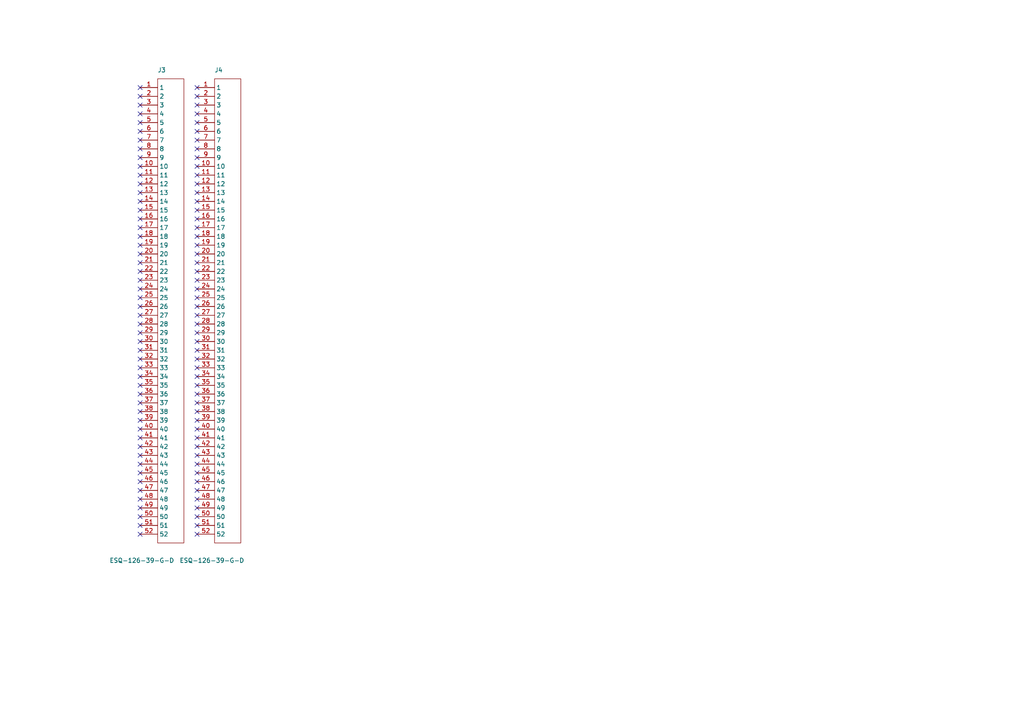
<source format=kicad_sch>
(kicad_sch (version 20230121) (generator eeschema)
  (paper "A4")
  (title_block (title "Hestia") (date "2022-07-14") (rev "2.0") (company "Mawson Rovers"))
  (lib_symbols
    (symbol "Hestia:ESQ-126-39-G-D"
      (property "Reference" "J" (at -2.54 68.58 0))
      (property "Value" "ESQ-126-39-G-D" (at 2.54 0 90))
      (symbol "ESQ-126-39-G-D_0_1"
        (rectangle (start -2.54 66.04) (end 5.08 -68.58))
      )
      (symbol "ESQ-126-39-G-D_1_0"
        (pin unspecified line (at -7.62 -33.02 0) (length 5.08) (name "39") (number "39"))
        (pin unspecified line (at -7.62 -35.56 0) (length 5.08) (name "40") (number "40"))
        (pin unspecified line (at -7.62 -38.1 0) (length 5.08) (name "41") (number "41"))
        (pin unspecified line (at -7.62 -40.64 0) (length 5.08) (name "42") (number "42"))
        (pin unspecified line (at -7.62 -43.18 0) (length 5.08) (name "43") (number "43"))
        (pin unspecified line (at -7.62 -45.72 0) (length 5.08) (name "44") (number "44"))
        (pin unspecified line (at -7.62 -48.26 0) (length 5.08) (name "45") (number "45"))
        (pin unspecified line (at -7.62 -50.8 0) (length 5.08) (name "46") (number "46"))
        (pin unspecified line (at -7.62 -53.34 0) (length 5.08) (name "47") (number "47"))
        (pin unspecified line (at -7.62 -55.88 0) (length 5.08) (name "48") (number "48"))
        (pin unspecified line (at -7.62 -58.42 0) (length 5.08) (name "49") (number "49"))
        (pin unspecified line (at -7.62 -60.96 0) (length 5.08) (name "50") (number "50"))
        (pin unspecified line (at -7.62 -63.5 0) (length 5.08) (name "51") (number "51"))
        (pin unspecified line (at -7.62 -66.04 0) (length 5.08) (name "52") (number "52"))
      )
      (symbol "ESQ-126-39-G-D_1_1"
        (pin unspecified line (at -7.62 63.5 0) (length 5.08) (name "1") (number "1"))
        (pin unspecified line (at -7.62 40.64 0) (length 5.08) (name "10") (number "10"))
        (pin unspecified line (at -7.62 38.1 0) (length 5.08) (name "11") (number "11"))
        (pin unspecified line (at -7.62 35.56 0) (length 5.08) (name "12") (number "12"))
        (pin unspecified line (at -7.62 33.02 0) (length 5.08) (name "13") (number "13"))
        (pin unspecified line (at -7.62 30.48 0) (length 5.08) (name "14") (number "14"))
        (pin unspecified line (at -7.62 27.94 0) (length 5.08) (name "15") (number "15"))
        (pin unspecified line (at -7.62 25.4 0) (length 5.08) (name "16") (number "16"))
        (pin unspecified line (at -7.62 22.86 0) (length 5.08) (name "17") (number "17"))
        (pin unspecified line (at -7.62 20.32 0) (length 5.08) (name "18") (number "18"))
        (pin unspecified line (at -7.62 17.78 0) (length 5.08) (name "19") (number "19"))
        (pin unspecified line (at -7.62 60.96 0) (length 5.08) (name "2") (number "2"))
        (pin unspecified line (at -7.62 15.24 0) (length 5.08) (name "20") (number "20"))
        (pin unspecified line (at -7.62 12.7 0) (length 5.08) (name "21") (number "21"))
        (pin unspecified line (at -7.62 10.16 0) (length 5.08) (name "22") (number "22"))
        (pin unspecified line (at -7.62 7.62 0) (length 5.08) (name "23") (number "23"))
        (pin unspecified line (at -7.62 5.08 0) (length 5.08) (name "24") (number "24"))
        (pin unspecified line (at -7.62 2.54 0) (length 5.08) (name "25") (number "25"))
        (pin unspecified line (at -7.62 0 0) (length 5.08) (name "26") (number "26"))
        (pin unspecified line (at -7.62 -2.54 0) (length 5.08) (name "27") (number "27"))
        (pin unspecified line (at -7.62 -5.08 0) (length 5.08) (name "28") (number "28"))
        (pin unspecified line (at -7.62 -7.62 0) (length 5.08) (name "29") (number "29"))
        (pin unspecified line (at -7.62 58.42 0) (length 5.08) (name "3") (number "3"))
        (pin unspecified line (at -7.62 -10.16 0) (length 5.08) (name "30") (number "30"))
        (pin unspecified line (at -7.62 -12.7 0) (length 5.08) (name "31") (number "31"))
        (pin unspecified line (at -7.62 -15.24 0) (length 5.08) (name "32") (number "32"))
        (pin unspecified line (at -7.62 -17.78 0) (length 5.08) (name "33") (number "33"))
        (pin unspecified line (at -7.62 -20.32 0) (length 5.08) (name "34") (number "34"))
        (pin unspecified line (at -7.62 -22.86 0) (length 5.08) (name "35") (number "35"))
        (pin unspecified line (at -7.62 -25.4 0) (length 5.08) (name "36") (number "36"))
        (pin unspecified line (at -7.62 -27.94 0) (length 5.08) (name "37") (number "37"))
        (pin unspecified line (at -7.62 -30.48 0) (length 5.08) (name "38") (number "38"))
        (pin unspecified line (at -7.62 55.88 0) (length 5.08) (name "4") (number "4"))
        (pin unspecified line (at -7.62 53.34 0) (length 5.08) (name "5") (number "5"))
        (pin unspecified line (at -7.62 50.8 0) (length 5.08) (name "6") (number "6"))
        (pin unspecified line (at -7.62 48.26 0) (length 5.08) (name "7") (number "7"))
        (pin unspecified line (at -7.62 45.72 0) (length 5.08) (name "8") (number "8"))
        (pin unspecified line (at -7.62 43.18 0) (length 5.08) (name "9") (number "9"))
      )
    )
  )
  (no_connect (at 57.15 53.34))
  (no_connect (at 40.64 114.3))
  (no_connect (at 40.64 43.18))
  (no_connect (at 57.15 111.76))
  (no_connect (at 40.64 99.06))
  (no_connect (at 57.15 124.46))
  (no_connect (at 40.64 111.76))
  (no_connect (at 57.15 45.72))
  (no_connect (at 57.15 104.14))
  (no_connect (at 40.64 50.8))
  (no_connect (at 40.64 45.72))
  (no_connect (at 40.64 25.4))
  (no_connect (at 40.64 27.94))
  (no_connect (at 57.15 149.86))
  (no_connect (at 57.15 43.18))
  (no_connect (at 40.64 60.96))
  (no_connect (at 57.15 68.58))
  (no_connect (at 40.64 119.38))
  (no_connect (at 57.15 144.78))
  (no_connect (at 57.15 142.24))
  (no_connect (at 57.15 116.84))
  (no_connect (at 40.64 144.78))
  (no_connect (at 40.64 124.46))
  (no_connect (at 57.15 55.88))
  (no_connect (at 57.15 78.74))
  (no_connect (at 57.15 27.94))
  (no_connect (at 57.15 96.52))
  (no_connect (at 57.15 81.28))
  (no_connect (at 57.15 134.62))
  (no_connect (at 57.15 114.3))
  (no_connect (at 40.64 109.22))
  (no_connect (at 40.64 121.92))
  (no_connect (at 40.64 134.62))
  (no_connect (at 40.64 33.02))
  (no_connect (at 40.64 68.58))
  (no_connect (at 40.64 78.74))
  (no_connect (at 57.15 40.64))
  (no_connect (at 40.64 76.2))
  (no_connect (at 40.64 93.98))
  (no_connect (at 57.15 152.4))
  (no_connect (at 40.64 35.56))
  (no_connect (at 57.15 50.8))
  (no_connect (at 40.64 66.04))
  (no_connect (at 57.15 147.32))
  (no_connect (at 57.15 76.2))
  (no_connect (at 40.64 48.26))
  (no_connect (at 40.64 101.6))
  (no_connect (at 57.15 121.92))
  (no_connect (at 40.64 30.48))
  (no_connect (at 40.64 129.54))
  (no_connect (at 40.64 81.28))
  (no_connect (at 57.15 93.98))
  (no_connect (at 57.15 25.4))
  (no_connect (at 40.64 149.86))
  (no_connect (at 40.64 152.4))
  (no_connect (at 40.64 106.68))
  (no_connect (at 57.15 71.12))
  (no_connect (at 40.64 73.66))
  (no_connect (at 40.64 127))
  (no_connect (at 57.15 139.7))
  (no_connect (at 40.64 137.16))
  (no_connect (at 57.15 66.04))
  (no_connect (at 57.15 33.02))
  (no_connect (at 40.64 55.88))
  (no_connect (at 40.64 88.9))
  (no_connect (at 57.15 132.08))
  (no_connect (at 57.15 35.56))
  (no_connect (at 57.15 48.26))
  (no_connect (at 40.64 71.12))
  (no_connect (at 57.15 30.48))
  (no_connect (at 57.15 109.22))
  (no_connect (at 57.15 99.06))
  (no_connect (at 57.15 137.16))
  (no_connect (at 40.64 53.34))
  (no_connect (at 57.15 60.96))
  (no_connect (at 40.64 104.14))
  (no_connect (at 57.15 83.82))
  (no_connect (at 57.15 38.1))
  (no_connect (at 40.64 142.24))
  (no_connect (at 40.64 147.32))
  (no_connect (at 57.15 129.54))
  (no_connect (at 40.64 63.5))
  (no_connect (at 57.15 127))
  (no_connect (at 57.15 63.5))
  (no_connect (at 57.15 58.42))
  (no_connect (at 57.15 101.6))
  (no_connect (at 40.64 83.82))
  (no_connect (at 57.15 119.38))
  (no_connect (at 57.15 91.44))
  (no_connect (at 40.64 58.42))
  (no_connect (at 57.15 86.36))
  (no_connect (at 40.64 116.84))
  (no_connect (at 40.64 40.64))
  (no_connect (at 57.15 106.68))
  (no_connect (at 40.64 86.36))
  (no_connect (at 57.15 154.94))
  (no_connect (at 40.64 139.7))
  (no_connect (at 40.64 38.1))
  (no_connect (at 40.64 96.52))
  (no_connect (at 57.15 73.66))
  (no_connect (at 57.15 88.9))
  (no_connect (at 40.64 91.44))
  (no_connect (at 40.64 154.94))
  (no_connect (at 40.64 132.08))
  (symbol (lib_id "Hestia:ESQ-126-39-G-D") (at 64.77 88.9 0) (unit 1) (in_bom no)
    (property "Reference" "J4" (at 62.23 20.32 0) (effects (justify left)))
    (property "Value" "ESQ-126-39-G-D" (at 52.07 162.56 0) (effects (justify left)))
    (property "Footprint" "Hestia:ESQ-126-39-G-D" (effects hide))
    (property "Type" "TH" (effects hide))
  )
  (symbol (lib_id "Hestia:ESQ-126-39-G-D") (at 48.26 88.9 0) (unit 1) (in_bom no)
    (property "Reference" "J3" (at 45.72 20.32 0) (effects (justify left)))
    (property "Value" "ESQ-126-39-G-D" (at 31.75 162.56 0) (effects (justify left)))
    (property "Footprint" "Hestia:ESQ-126-39-G-D" (effects hide))
    (property "Type" "TH" (effects hide))
  )
)
</source>
